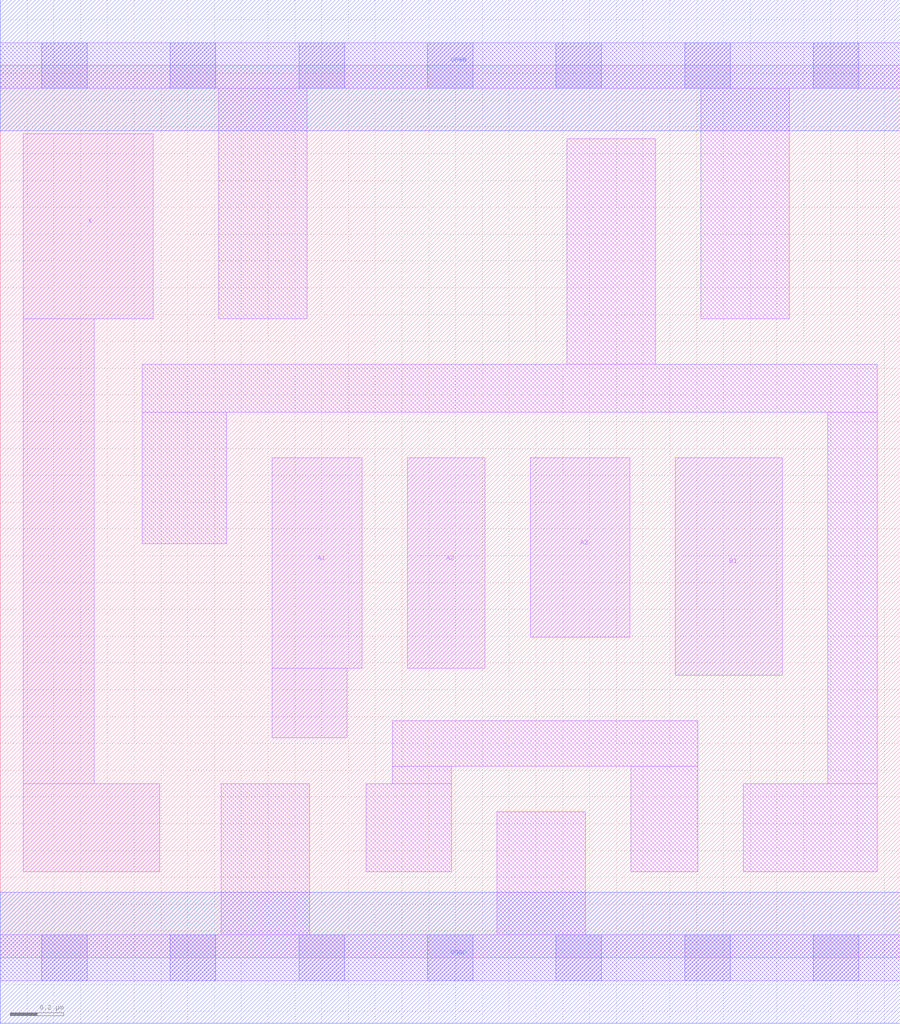
<source format=lef>
# Copyright 2020 The SkyWater PDK Authors
#
# Licensed under the Apache License, Version 2.0 (the "License");
# you may not use this file except in compliance with the License.
# You may obtain a copy of the License at
#
#     https://www.apache.org/licenses/LICENSE-2.0
#
# Unless required by applicable law or agreed to in writing, software
# distributed under the License is distributed on an "AS IS" BASIS,
# WITHOUT WARRANTIES OR CONDITIONS OF ANY KIND, either express or implied.
# See the License for the specific language governing permissions and
# limitations under the License.
#
# SPDX-License-Identifier: Apache-2.0

VERSION 5.7 ;
  NOWIREEXTENSIONATPIN ON ;
  DIVIDERCHAR "/" ;
  BUSBITCHARS "[]" ;
UNITS
  DATABASE MICRONS 200 ;
END UNITS
MACRO sky130_fd_sc_lp__o31a_0
  CLASS CORE ;
  FOREIGN sky130_fd_sc_lp__o31a_0 ;
  ORIGIN  0.000000  0.000000 ;
  SIZE  3.360000 BY  3.330000 ;
  SYMMETRY X Y R90 ;
  SITE unit ;
  PIN A1
    ANTENNAGATEAREA  0.159000 ;
    DIRECTION INPUT ;
    USE SIGNAL ;
    PORT
      LAYER li1 ;
        RECT 1.015000 0.820000 1.295000 1.080000 ;
        RECT 1.015000 1.080000 1.350000 1.865000 ;
    END
  END A1
  PIN A2
    ANTENNAGATEAREA  0.159000 ;
    DIRECTION INPUT ;
    USE SIGNAL ;
    PORT
      LAYER li1 ;
        RECT 1.520000 1.080000 1.810000 1.865000 ;
    END
  END A2
  PIN A3
    ANTENNAGATEAREA  0.159000 ;
    DIRECTION INPUT ;
    USE SIGNAL ;
    PORT
      LAYER li1 ;
        RECT 1.980000 1.195000 2.350000 1.865000 ;
    END
  END A3
  PIN B1
    ANTENNAGATEAREA  0.159000 ;
    DIRECTION INPUT ;
    USE SIGNAL ;
    PORT
      LAYER li1 ;
        RECT 2.520000 1.055000 2.920000 1.865000 ;
    END
  END B1
  PIN X
    ANTENNADIFFAREA  0.280900 ;
    DIRECTION OUTPUT ;
    USE SIGNAL ;
    PORT
      LAYER li1 ;
        RECT 0.085000 0.320000 0.595000 0.650000 ;
        RECT 0.085000 0.650000 0.350000 2.385000 ;
        RECT 0.085000 2.385000 0.570000 3.075000 ;
    END
  END X
  PIN VGND
    DIRECTION INOUT ;
    USE GROUND ;
    PORT
      LAYER met1 ;
        RECT 0.000000 -0.245000 3.360000 0.245000 ;
    END
  END VGND
  PIN VPWR
    DIRECTION INOUT ;
    USE POWER ;
    PORT
      LAYER met1 ;
        RECT 0.000000 3.085000 3.360000 3.575000 ;
    END
  END VPWR
  OBS
    LAYER li1 ;
      RECT 0.000000 -0.085000 3.360000 0.085000 ;
      RECT 0.000000  3.245000 3.360000 3.415000 ;
      RECT 0.530000  1.545000 0.845000 2.035000 ;
      RECT 0.530000  2.035000 3.275000 2.215000 ;
      RECT 0.815000  2.385000 1.145000 3.245000 ;
      RECT 0.825000  0.085000 1.155000 0.650000 ;
      RECT 1.365000  0.320000 1.685000 0.650000 ;
      RECT 1.465000  0.650000 1.685000 0.715000 ;
      RECT 1.465000  0.715000 2.605000 0.885000 ;
      RECT 1.855000  0.085000 2.185000 0.545000 ;
      RECT 2.115000  2.215000 2.445000 3.055000 ;
      RECT 2.355000  0.320000 2.605000 0.715000 ;
      RECT 2.615000  2.385000 2.945000 3.245000 ;
      RECT 2.775000  0.320000 3.275000 0.650000 ;
      RECT 3.090000  0.650000 3.275000 2.035000 ;
    LAYER mcon ;
      RECT 0.155000 -0.085000 0.325000 0.085000 ;
      RECT 0.155000  3.245000 0.325000 3.415000 ;
      RECT 0.635000 -0.085000 0.805000 0.085000 ;
      RECT 0.635000  3.245000 0.805000 3.415000 ;
      RECT 1.115000 -0.085000 1.285000 0.085000 ;
      RECT 1.115000  3.245000 1.285000 3.415000 ;
      RECT 1.595000 -0.085000 1.765000 0.085000 ;
      RECT 1.595000  3.245000 1.765000 3.415000 ;
      RECT 2.075000 -0.085000 2.245000 0.085000 ;
      RECT 2.075000  3.245000 2.245000 3.415000 ;
      RECT 2.555000 -0.085000 2.725000 0.085000 ;
      RECT 2.555000  3.245000 2.725000 3.415000 ;
      RECT 3.035000 -0.085000 3.205000 0.085000 ;
      RECT 3.035000  3.245000 3.205000 3.415000 ;
  END
END sky130_fd_sc_lp__o31a_0
END LIBRARY

</source>
